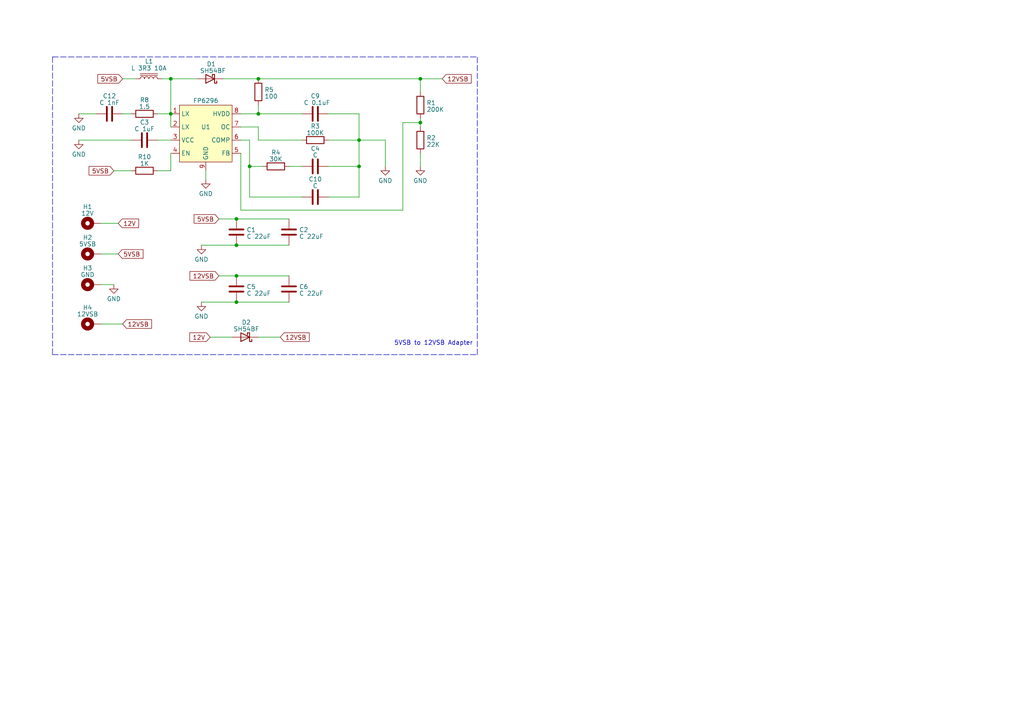
<source format=kicad_sch>
(kicad_sch (version 20230121) (generator eeschema)
  (paper "A4")
  (lib_symbols
    (symbol "12VSB Library:FP6296"
      (property "Reference" "U" (at 0 8.89 0))
      (symbol "FP6296_1_1"
        (rectangle (start -7.62 7.62) (end 7.62 -8.89) (fill (type background)))
        (pin passive line (at -10.16 5.08 0) (length 2.54) (name "LX") (number "1"))
        (pin passive line (at -10.16 1.27 0) (length 2.54) (name "LX") (number "2"))
        (pin passive line (at -10.16 -2.54 0) (length 2.54) (name "VCC") (number "3"))
        (pin passive line (at -10.16 -6.35 0) (length 2.54) (name "EN") (number "4"))
        (pin passive line (at 10.16 -6.35 180) (length 2.54) (name "FB") (number "5"))
        (pin passive line (at 10.16 -2.54 180) (length 2.54) (name "COMP") (number "6"))
        (pin passive line (at 10.16 1.27 180) (length 2.54) (name "OC") (number "7"))
        (pin passive line (at 10.16 5.08 180) (length 2.54) (name "HVDD") (number "8"))
        (pin passive line (at 0 -11.43 90) (length 2.54) (name "GND") (number "9"))
      )
    )
    (symbol "Device:C" (pin_numbers hide) (pin_names (offset 0.254))
      (property "Reference" "C" (at 0.635 2.54 0))
      (property "Value" "C" (at 0.635 -2.54 0))
      (symbol "C_0_1"
        (polyline (pts (xy -2.032 -0.762) (xy 2.032 -0.762)) (stroke (width 0.508)))
        (polyline (pts (xy -2.032 0.762) (xy 2.032 0.762)) (stroke (width 0.508)))
      )
      (symbol "C_1_1"
        (pin passive line (at 0 3.81 270) (length 2.794) (name "~") (number "1"))
        (pin passive line (at 0 -3.81 90) (length 2.794) (name "~") (number "2"))
      )
    )
    (symbol "Device:L_Iron" (pin_numbers hide) (pin_names (offset 1.016) hide)
      (property "Reference" "L" (at -1.27 0 90))
      (property "Value" "L_Iron" (at 2.794 0 90))
      (symbol "L_Iron_0_1"
        (arc (start 0 -2.54) (mid 0.6323 -1.905) (end 0 -1.27))
        (arc (start 0 -1.27) (mid 0.6323 -0.635) (end 0 0))
        (polyline (pts (xy 1.016 2.54) (xy 1.016 -2.54)))
        (polyline (pts (xy 1.524 -2.54) (xy 1.524 2.54)))
        (arc (start 0 0) (mid 0.6323 0.635) (end 0 1.27))
        (arc (start 0 1.27) (mid 0.6323 1.905) (end 0 2.54))
      )
      (symbol "L_Iron_1_1"
        (pin passive line (at 0 3.81 270) (length 1.27) (name "1") (number "1"))
        (pin passive line (at 0 -3.81 90) (length 1.27) (name "2") (number "2"))
      )
    )
    (symbol "Device:R" (pin_numbers hide) (pin_names (offset 0))
      (property "Reference" "R" (at 2.032 0 90))
      (property "Value" "R" (at 0 0 90))
      (symbol "R_0_1"
        (rectangle (start -1.016 -2.54) (end 1.016 2.54) (stroke (width 0.254)))
      )
      (symbol "R_1_1"
        (pin passive line (at 0 3.81 270) (length 1.27) (name "~") (number "1"))
        (pin passive line (at 0 -3.81 90) (length 1.27) (name "~") (number "2"))
      )
    )
    (symbol "Diode:1N5712" (pin_numbers hide) (pin_names (offset 1.016) hide)
      (property "Reference" "D" (at 0 2.54 0))
      (property "Value" "1N5712" (at 0 -2.54 0))
      (symbol "1N5712_0_1"
        (polyline (pts (xy 1.27 0) (xy -1.27 0)))
        (polyline (pts (xy 1.27 1.27) (xy 1.27 -1.27) (xy -1.27 0) (xy 1.27 1.27)) (stroke (width 0.254)))
        (polyline (pts (xy -1.905 0.635) (xy -1.905 1.27) (xy -1.27 1.27) (xy -1.27 -1.27) (xy -0.635 -1.27) (xy -0.635 -0.635)) (stroke (width 0.254)))
      )
      (symbol "1N5712_1_1"
        (pin passive line (at -3.81 0 0) (length 2.54) (name "K") (number "1"))
        (pin passive line (at 3.81 0 180) (length 2.54) (name "A") (number "2"))
      )
    )
    (symbol "Mechanical:MountingHole_Pad" (pin_numbers hide) (pin_names (offset 1.016) hide)
      (property "Reference" "H" (at 0 6.35 0))
      (property "Value" "MountingHole_Pad" (at 0 4.445 0))
      (symbol "MountingHole_Pad_0_1"
        (circle (center 0 1.27) (radius 1.27) (stroke (width 1.27)))
      )
      (symbol "MountingHole_Pad_1_1"
        (pin input line (at 0 -2.54 90) (length 2.54) (name "1") (number "1"))
      )
    )
    (symbol "power:GND" (power) (pin_names (offset 0))
      (property "Value" "GND" (at 0 -3.81 0))
      (symbol "GND_0_1"
        (polyline (pts (xy 0 0) (xy 0 -1.27) (xy 1.27 -1.27) (xy 0 -2.54) (xy -1.27 -1.27) (xy 0 -1.27)))
      )
      (symbol "GND_1_1"
        (pin power_in line (at 0 0 270) (length 0) hide (name "GND") (number "1"))
      )
    )
  )
  (junction (at 68.58 63.5))
  (junction (at 104.14 48.26))
  (junction (at 121.92 22.86))
  (junction (at 68.58 87.63))
  (junction (at 68.58 71.12))
  (junction (at 49.53 33.02))
  (junction (at 104.14 40.64))
  (junction (at 49.53 22.86))
  (junction (at 74.93 22.86))
  (junction (at 121.92 35.56))
  (junction (at 74.93 33.02))
  (junction (at 68.58 80.01))
  (junction (at 72.39 48.26))
  (wire (pts (xy 121.92 44.45) (xy 121.92 48.26)))
  (wire (pts (xy 22.86 40.64) (xy 38.1 40.64)))
  (wire (pts (xy 95.25 33.02) (xy 104.14 33.02)))
  (wire (pts (xy 29.21 64.77) (xy 34.29 64.77)))
  (wire (pts (xy 121.92 35.56) (xy 121.92 34.29)))
  (wire (pts (xy 29.21 73.66) (xy 34.29 73.66)))
  (wire (pts (xy 68.58 80.01) (xy 83.82 80.01)))
  (wire (pts (xy 68.58 87.63) (xy 83.82 87.63)))
  (wire (pts (xy 72.39 40.64) (xy 72.39 48.26)))
  (wire (pts (xy 74.93 97.79) (xy 81.28 97.79)))
  (wire (pts (xy 68.58 71.12) (xy 83.82 71.12)))
  (wire (pts (xy 49.53 22.86) (xy 57.15 22.86)))
  (wire (pts (xy 116.84 35.56) (xy 121.92 35.56)))
  (wire (pts (xy 69.85 40.64) (xy 72.39 40.64)))
  (wire (pts (xy 72.39 48.26) (xy 76.2 48.26)))
  (polyline (pts (xy 15.24 16.51) (xy 138.43 16.51)) (stroke (width 0) (type dash)))
  (wire (pts (xy 74.93 36.83) (xy 69.85 36.83)))
  (wire (pts (xy 45.72 33.02) (xy 49.53 33.02)))
  (wire (pts (xy 68.58 63.5) (xy 63.5 63.5)))
  (wire (pts (xy 60.96 97.79) (xy 67.31 97.79)))
  (wire (pts (xy 29.21 82.55) (xy 33.02 82.55)))
  (wire (pts (xy 72.39 57.15) (xy 87.63 57.15)))
  (wire (pts (xy 121.92 35.56) (xy 121.92 36.83)))
  (wire (pts (xy 104.14 40.64) (xy 104.14 48.26)))
  (wire (pts (xy 95.25 40.64) (xy 104.14 40.64)))
  (wire (pts (xy 35.56 22.86) (xy 39.37 22.86)))
  (polyline (pts (xy 15.24 16.51) (xy 15.24 102.87)) (stroke (width 0) (type dash)))
  (wire (pts (xy 64.77 22.86) (xy 74.93 22.86)))
  (wire (pts (xy 58.42 71.12) (xy 68.58 71.12)))
  (wire (pts (xy 95.25 57.15) (xy 104.14 57.15)))
  (wire (pts (xy 49.53 49.53) (xy 49.53 44.45)))
  (wire (pts (xy 116.84 60.96) (xy 116.84 35.56)))
  (wire (pts (xy 83.82 48.26) (xy 87.63 48.26)))
  (wire (pts (xy 74.93 22.86) (xy 121.92 22.86)))
  (wire (pts (xy 59.69 49.53) (xy 59.69 52.07)))
  (polyline (pts (xy 138.43 102.87) (xy 138.43 16.51)) (stroke (width 0) (type dash)))
  (wire (pts (xy 104.14 57.15) (xy 104.14 48.26)))
  (wire (pts (xy 121.92 22.86) (xy 121.92 26.67)))
  (wire (pts (xy 68.58 63.5) (xy 83.82 63.5)))
  (wire (pts (xy 95.25 48.26) (xy 104.14 48.26)))
  (wire (pts (xy 74.93 33.02) (xy 87.63 33.02)))
  (wire (pts (xy 104.14 40.64) (xy 111.76 40.64)))
  (wire (pts (xy 58.42 87.63) (xy 68.58 87.63)))
  (wire (pts (xy 33.02 49.53) (xy 38.1 49.53)))
  (wire (pts (xy 74.93 36.83) (xy 74.93 40.64)))
  (wire (pts (xy 69.85 60.96) (xy 116.84 60.96)))
  (wire (pts (xy 49.53 33.02) (xy 49.53 36.83)))
  (wire (pts (xy 74.93 33.02) (xy 74.93 30.48)))
  (wire (pts (xy 74.93 40.64) (xy 87.63 40.64)))
  (wire (pts (xy 29.21 93.98) (xy 35.56 93.98)))
  (polyline (pts (xy 15.24 102.87) (xy 138.43 102.87)) (stroke (width 0) (type dash)))
  (wire (pts (xy 121.92 22.86) (xy 128.27 22.86)))
  (wire (pts (xy 111.76 40.64) (xy 111.76 48.26)))
  (wire (pts (xy 69.85 44.45) (xy 69.85 60.96)))
  (wire (pts (xy 49.53 22.86) (xy 49.53 33.02)))
  (wire (pts (xy 45.72 40.64) (xy 49.53 40.64)))
  (wire (pts (xy 45.72 49.53) (xy 49.53 49.53)))
  (wire (pts (xy 46.99 22.86) (xy 49.53 22.86)))
  (wire (pts (xy 69.85 33.02) (xy 74.93 33.02)))
  (wire (pts (xy 104.14 33.02) (xy 104.14 40.64)))
  (wire (pts (xy 22.86 33.02) (xy 27.94 33.02)))
  (wire (pts (xy 72.39 57.15) (xy 72.39 48.26)))
  (wire (pts (xy 35.56 33.02) (xy 38.1 33.02)))
  (wire (pts (xy 68.58 80.01) (xy 63.5 80.01)))
  (text "5VSB to 12VSB Adapter" (at 114.3 100.33 0) (effects (font (size 1.27 1.27)) (justify left bottom)))
  (global_label "12VSB" (shape input) (at 35.56 93.98 0) (property "Intersheetrefs" "${INTERSHEET_REFS}" (effects hide)))
  (global_label "5VSB" (shape input) (at 34.29 73.66 0) (property "Intersheetrefs" "${INTERSHEET_REFS}" (effects hide)))
  (global_label "5VSB" (shape input) (at 63.5 63.5 180) (property "Intersheetrefs" "${INTERSHEET_REFS}" (effects hide)))
  (global_label "12V" (shape input) (at 60.96 97.79 180) (property "Intersheetrefs" "${INTERSHEET_REFS}" (effects hide)))
  (global_label "5VSB" (shape input) (at 33.02 49.53 180) (property "Intersheetrefs" "${INTERSHEET_REFS}" (effects hide)))
  (global_label "12VSB" (shape input) (at 81.28 97.79 0) (property "Intersheetrefs" "${INTERSHEET_REFS}" (effects hide)))
  (global_label "5VSB" (shape input) (at 35.56 22.86 180) (property "Intersheetrefs" "${INTERSHEET_REFS}" (effects hide)))
  (global_label "12VSB" (shape input) (at 63.5 80.01 180) (property "Intersheetrefs" "${INTERSHEET_REFS}" (effects hide)))
  (global_label "12V" (shape input) (at 34.29 64.77 0) (property "Intersheetrefs" "${INTERSHEET_REFS}" (effects hide)))
  (global_label "12VSB" (shape input) (at 128.27 22.86 0) (property "Intersheetrefs" "${INTERSHEET_REFS}" (effects hide)))
  (symbol (lib_id "power:GND") (at 22.86 40.64 0) (unit 1)
    (property "Reference" "#PWR07" (effects hide))
    (property "Value" "GND" (at 22.86 44.7755 0))
  )
  (symbol (lib_id "Device:C") (at 31.75 33.02 270) (unit 1)
    (property "Reference" "C12" (at 31.75 27.8511 90))
    (property "Value" "C 1nF" (at 31.75 29.7721 90))
    (property "Footprint" "Capacitor_SMD:C_0603_1608Metric" (effects hide))
  )
  (symbol (lib_id "power:GND") (at 58.42 87.63 0) (unit 1)
    (property "Reference" "#PWR01" (effects hide))
    (property "Value" "GND" (at 58.42 91.7655 0))
  )
  (symbol (lib_id "Mechanical:MountingHole_Pad") (at 26.67 73.66 90) (unit 1)
    (property "Reference" "H2" (at 25.4 68.8721 90))
    (property "Value" "5VSB" (at 25.4 70.7931 90))
    (property "Footprint" "MountingHole:MountingHole_2.2mm_M2_DIN965_Pad" (effects hide))
  )
  (symbol (lib_id "Device:R") (at 121.92 30.48 0) (unit 1)
    (property "Reference" "R1" (at 123.698 29.8363 0) (effects (justify left)))
    (property "Value" "200K" (at 123.698 31.7573 0) (effects (justify left)))
    (property "Footprint" "Resistor_SMD:R_0402_1005Metric" (effects hide))
  )
  (symbol (lib_id "Device:R") (at 41.91 49.53 90) (unit 1)
    (property "Reference" "R10" (at 41.91 45.5041 90))
    (property "Value" "1K" (at 41.91 47.4251 90))
    (property "Footprint" "Resistor_SMD:R_0603_1608Metric" (effects hide))
  )
  (symbol (lib_id "Mechanical:MountingHole_Pad") (at 26.67 64.77 90) (unit 1)
    (property "Reference" "H1" (at 25.4 59.9821 90))
    (property "Value" "12V" (at 25.4 61.9031 90))
    (property "Footprint" "MountingHole:MountingHole_2.2mm_M2_DIN965_Pad" (effects hide))
  )
  (symbol (lib_id "Device:R") (at 41.91 33.02 90) (unit 1)
    (property "Reference" "R8" (at 41.91 28.9941 90))
    (property "Value" "1.5" (at 41.91 30.9151 90))
    (property "Footprint" "Resistor_SMD:R_0603_1608Metric" (effects hide))
  )
  (symbol (lib_id "Device:C") (at 83.82 67.31 0) (unit 1)
    (property "Reference" "C2" (at 86.741 66.6663 0) (effects (justify left)))
    (property "Value" "C 22uF" (at 86.741 68.5873 0) (effects (justify left)))
    (property "Footprint" "Capacitor_SMD:C_0805_2012Metric" (effects hide))
  )
  (symbol (lib_id "Device:C") (at 91.44 48.26 90) (unit 1)
    (property "Reference" "C4" (at 91.44 43.0911 90))
    (property "Value" "C" (at 91.44 45.0121 90))
    (property "Footprint" "Capacitor_SMD:C_0402_1005Metric" (effects hide))
  )
  (symbol (lib_id "power:GND") (at 58.42 71.12 0) (unit 1)
    (property "Reference" "#PWR08" (effects hide))
    (property "Value" "GND" (at 58.42 75.2555 0))
  )
  (symbol (lib_id "power:GND") (at 59.69 52.07 0) (unit 1)
    (property "Reference" "#PWR06" (effects hide))
    (property "Value" "GND" (at 59.69 56.2055 0))
  )
  (symbol (lib_id "Diode:1N5712") (at 71.12 97.79 180) (unit 1)
    (property "Reference" "D2" (at 71.4375 93.5101 0))
    (property "Value" "SH54BF" (at 71.4375 95.4311 0))
    (property "Footprint" "12VSB Library:diode" (effects hide))
  )
  (symbol (lib_id "Device:R") (at 74.93 26.67 0) (unit 1)
    (property "Reference" "R5" (at 76.708 26.0263 0) (effects (justify left)))
    (property "Value" "100" (at 76.708 27.9473 0) (effects (justify left)))
    (property "Footprint" "Resistor_SMD:R_0603_1608Metric" (effects hide))
  )
  (symbol (lib_id "Device:C") (at 41.91 40.64 90) (unit 1)
    (property "Reference" "C3" (at 41.91 35.4711 90))
    (property "Value" "C 1uF" (at 41.91 37.3921 90))
    (property "Footprint" "Capacitor_SMD:C_0603_1608Metric" (effects hide))
  )
  (symbol (lib_id "Device:C") (at 83.82 83.82 0) (unit 1)
    (property "Reference" "C6" (at 86.741 83.1763 0) (effects (justify left)))
    (property "Value" "C 22uF" (at 86.741 85.0973 0) (effects (justify left)))
    (property "Footprint" "Capacitor_SMD:C_0805_2012Metric" (effects hide))
  )
  (symbol (lib_id "Device:R") (at 91.44 40.64 90) (unit 1)
    (property "Reference" "R3" (at 91.44 36.6141 90))
    (property "Value" "100K" (at 91.44 38.5351 90))
    (property "Footprint" "Resistor_SMD:R_0402_1005Metric" (effects hide))
  )
  (symbol (lib_id "power:GND") (at 111.76 48.26 0) (unit 1)
    (property "Reference" "#PWR05" (effects hide))
    (property "Value" "GND" (at 111.76 52.3955 0))
  )
  (symbol (lib_id "Device:C") (at 68.58 67.31 0) (unit 1)
    (property "Reference" "C1" (at 71.501 66.6663 0) (effects (justify left)))
    (property "Value" "C 22uF" (at 71.501 68.5873 0) (effects (justify left)))
    (property "Footprint" "Capacitor_SMD:C_0805_2012Metric" (effects hide))
  )
  (symbol (lib_id "power:GND") (at 22.86 33.02 0) (unit 1)
    (property "Reference" "#PWR09" (effects hide))
    (property "Value" "GND" (at 22.86 37.1555 0))
  )
  (symbol (lib_id "Device:R") (at 121.92 40.64 0) (unit 1)
    (property "Reference" "R2" (at 123.698 39.9963 0) (effects (justify left)))
    (property "Value" "22K" (at 123.698 41.9173 0) (effects (justify left)))
    (property "Footprint" "Resistor_SMD:R_0402_1005Metric" (effects hide))
  )
  (symbol (lib_id "Mechanical:MountingHole_Pad") (at 26.67 82.55 90) (unit 1)
    (property "Reference" "H3" (at 25.4 77.7621 90))
    (property "Value" "GND" (at 25.4 79.6831 90))
    (property "Footprint" "MountingHole:MountingHole_2.2mm_M2_DIN965_Pad" (effects hide))
  )
  (symbol (lib_id "Device:C") (at 91.44 57.15 90) (unit 1)
    (property "Reference" "C10" (at 91.44 51.9811 90))
    (property "Value" "C" (at 91.44 53.9021 90))
    (property "Footprint" "Capacitor_SMD:C_0402_1005Metric" (effects hide))
  )
  (symbol (lib_id "Device:L_Iron") (at 43.18 22.86 90) (unit 1)
    (property "Reference" "L1" (at 44.45 17.78 90) (effects (justify left)))
    (property "Value" "L 3R3 10A" (at 43.18 19.05 90) (effects (justify bottom)))
    (property "Footprint" "12VSB Library:INDM125125X800N" (effects hide))
  )
  (symbol (lib_id "Device:C") (at 91.44 33.02 90) (unit 1)
    (property "Reference" "C9" (at 91.44 27.8511 90))
    (property "Value" " C 0.1uF" (at 91.44 29.7721 90))
    (property "Footprint" "Capacitor_SMD:C_0603_1608Metric" (effects hide))
  )
  (symbol (lib_id "Device:C") (at 68.58 83.82 0) (unit 1)
    (property "Reference" "C5" (at 71.501 83.1763 0) (effects (justify left)))
    (property "Value" "C 22uF" (at 71.501 85.0973 0) (effects (justify left)))
    (property "Footprint" "Capacitor_SMD:C_0805_2012Metric" (effects hide))
  )
  (symbol (lib_id "12VSB Library:FP6296") (at 59.69 38.1 0) (unit 1)
    (property "Reference" "U1" (at 59.69 36.83 0))
    (property "Value" "FP6296" (at 59.69 29.21 0))
    (property "Footprint" "12VSB Library:FP6296" (effects hide))
  )
  (symbol (lib_id "Diode:1N5712") (at 60.96 22.86 180) (unit 1)
    (property "Reference" "D1" (at 61.2775 18.5801 0))
    (property "Value" " SH54BF" (at 61.2775 20.5011 0))
    (property "Footprint" "12VSB Library:diode" (effects hide))
  )
  (symbol (lib_id "Device:R") (at 80.01 48.26 90) (unit 1)
    (property "Reference" "R4" (at 80.01 44.2341 90))
    (property "Value" "30K" (at 80.01 46.1551 90))
    (property "Footprint" "Resistor_SMD:R_0402_1005Metric" (effects hide))
  )
  (symbol (lib_id "power:GND") (at 121.92 48.26 0) (unit 1)
    (property "Reference" "#PWR04" (effects hide))
    (property "Value" "GND" (at 121.92 52.3955 0))
  )
  (symbol (lib_id "Mechanical:MountingHole_Pad") (at 26.67 93.98 90) (unit 1)
    (property "Reference" "H4" (at 25.4 89.1921 90))
    (property "Value" "12VSB" (at 25.4 91.1131 90))
    (property "Footprint" "MountingHole:MountingHole_2.2mm_M2_DIN965_Pad" (effects hide))
  )
  (symbol (lib_id "power:GND") (at 33.02 82.55 0) (unit 1)
    (property "Reference" "#PWR02" (effects hide))
    (property "Value" "GND" (at 33.02 86.6855 0))
  )
)
</source>
